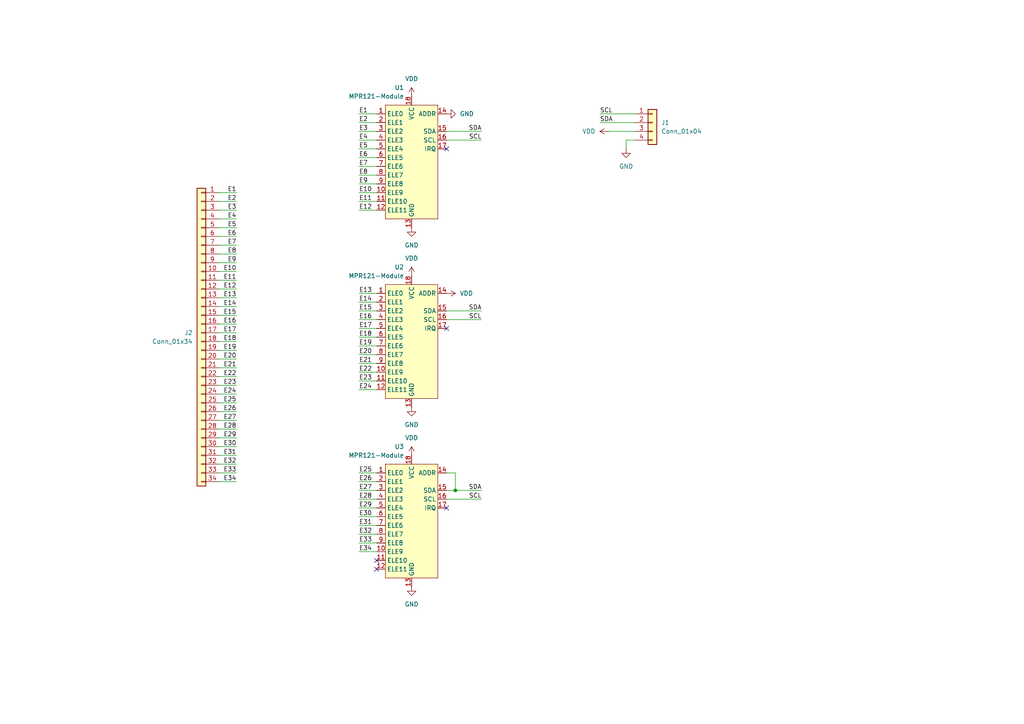
<source format=kicad_sch>
(kicad_sch (version 20231120) (generator "eeschema") (generator_version "8.0")
  (paper "A4")
  (lib_symbols
    (symbol "Connector_Generic:Conn_01x04" (pin_names (offset 1.016) hide)
      (property "Reference" "J" (at 0 5.08 0))
      (property "Value" "Conn_01x04" (at 0 -7.62 0))
      (symbol "Conn_01x04_1_1"
        (rectangle (start -1.27 -4.953) (end 0 -5.207) (stroke (width 0.1524)))
        (rectangle (start -1.27 -2.413) (end 0 -2.667) (stroke (width 0.1524)))
        (rectangle (start -1.27 0.127) (end 0 -0.127) (stroke (width 0.1524)))
        (rectangle (start -1.27 2.667) (end 0 2.413) (stroke (width 0.1524)))
        (rectangle (start -1.27 3.81) (end 1.27 -6.35) (stroke (width 0.254)) (fill (type background)))
        (pin passive line (at -5.08 2.54 0) (length 3.81) (name "Pin_1") (number "1"))
        (pin passive line (at -5.08 0 0) (length 3.81) (name "Pin_2") (number "2"))
        (pin passive line (at -5.08 -2.54 0) (length 3.81) (name "Pin_3") (number "3"))
        (pin passive line (at -5.08 -5.08 0) (length 3.81) (name "Pin_4") (number "4"))
      )
    )
    (symbol "Connector_Generic:Conn_01x34" (pin_names (offset 1.016) hide)
      (property "Reference" "J" (at 0 43.18 0))
      (property "Value" "Conn_01x34" (at 0 -45.72 0))
      (symbol "Conn_01x34_1_1"
        (rectangle (start -1.27 -43.053) (end 0 -43.307) (stroke (width 0.1524)))
        (rectangle (start -1.27 -40.513) (end 0 -40.767) (stroke (width 0.1524)))
        (rectangle (start -1.27 -37.973) (end 0 -38.227) (stroke (width 0.1524)))
        (rectangle (start -1.27 -35.433) (end 0 -35.687) (stroke (width 0.1524)))
        (rectangle (start -1.27 -32.893) (end 0 -33.147) (stroke (width 0.1524)))
        (rectangle (start -1.27 -30.353) (end 0 -30.607) (stroke (width 0.1524)))
        (rectangle (start -1.27 -27.813) (end 0 -28.067) (stroke (width 0.1524)))
        (rectangle (start -1.27 -25.273) (end 0 -25.527) (stroke (width 0.1524)))
        (rectangle (start -1.27 -22.733) (end 0 -22.987) (stroke (width 0.1524)))
        (rectangle (start -1.27 -20.193) (end 0 -20.447) (stroke (width 0.1524)))
        (rectangle (start -1.27 -17.653) (end 0 -17.907) (stroke (width 0.1524)))
        (rectangle (start -1.27 -15.113) (end 0 -15.367) (stroke (width 0.1524)))
        (rectangle (start -1.27 -12.573) (end 0 -12.827) (stroke (width 0.1524)))
        (rectangle (start -1.27 -10.033) (end 0 -10.287) (stroke (width 0.1524)))
        (rectangle (start -1.27 -7.493) (end 0 -7.747) (stroke (width 0.1524)))
        (rectangle (start -1.27 -4.953) (end 0 -5.207) (stroke (width 0.1524)))
        (rectangle (start -1.27 -2.413) (end 0 -2.667) (stroke (width 0.1524)))
        (rectangle (start -1.27 0.127) (end 0 -0.127) (stroke (width 0.1524)))
        (rectangle (start -1.27 2.667) (end 0 2.413) (stroke (width 0.1524)))
        (rectangle (start -1.27 5.207) (end 0 4.953) (stroke (width 0.1524)))
        (rectangle (start -1.27 7.747) (end 0 7.493) (stroke (width 0.1524)))
        (rectangle (start -1.27 10.287) (end 0 10.033) (stroke (width 0.1524)))
        (rectangle (start -1.27 12.827) (end 0 12.573) (stroke (width 0.1524)))
        (rectangle (start -1.27 15.367) (end 0 15.113) (stroke (width 0.1524)))
        (rectangle (start -1.27 17.907) (end 0 17.653) (stroke (width 0.1524)))
        (rectangle (start -1.27 20.447) (end 0 20.193) (stroke (width 0.1524)))
        (rectangle (start -1.27 22.987) (end 0 22.733) (stroke (width 0.1524)))
        (rectangle (start -1.27 25.527) (end 0 25.273) (stroke (width 0.1524)))
        (rectangle (start -1.27 28.067) (end 0 27.813) (stroke (width 0.1524)))
        (rectangle (start -1.27 30.607) (end 0 30.353) (stroke (width 0.1524)))
        (rectangle (start -1.27 33.147) (end 0 32.893) (stroke (width 0.1524)))
        (rectangle (start -1.27 35.687) (end 0 35.433) (stroke (width 0.1524)))
        (rectangle (start -1.27 38.227) (end 0 37.973) (stroke (width 0.1524)))
        (rectangle (start -1.27 40.767) (end 0 40.513) (stroke (width 0.1524)))
        (rectangle (start -1.27 41.91) (end 1.27 -44.45) (stroke (width 0.254)) (fill (type background)))
        (pin passive line (at -5.08 40.64 0) (length 3.81) (name "Pin_1") (number "1"))
        (pin passive line (at -5.08 17.78 0) (length 3.81) (name "Pin_10") (number "10"))
        (pin passive line (at -5.08 15.24 0) (length 3.81) (name "Pin_11") (number "11"))
        (pin passive line (at -5.08 12.7 0) (length 3.81) (name "Pin_12") (number "12"))
        (pin passive line (at -5.08 10.16 0) (length 3.81) (name "Pin_13") (number "13"))
        (pin passive line (at -5.08 7.62 0) (length 3.81) (name "Pin_14") (number "14"))
        (pin passive line (at -5.08 5.08 0) (length 3.81) (name "Pin_15") (number "15"))
        (pin passive line (at -5.08 2.54 0) (length 3.81) (name "Pin_16") (number "16"))
        (pin passive line (at -5.08 0 0) (length 3.81) (name "Pin_17") (number "17"))
        (pin passive line (at -5.08 -2.54 0) (length 3.81) (name "Pin_18") (number "18"))
        (pin passive line (at -5.08 -5.08 0) (length 3.81) (name "Pin_19") (number "19"))
        (pin passive line (at -5.08 38.1 0) (length 3.81) (name "Pin_2") (number "2"))
        (pin passive line (at -5.08 -7.62 0) (length 3.81) (name "Pin_20") (number "20"))
        (pin passive line (at -5.08 -10.16 0) (length 3.81) (name "Pin_21") (number "21"))
        (pin passive line (at -5.08 -12.7 0) (length 3.81) (name "Pin_22") (number "22"))
        (pin passive line (at -5.08 -15.24 0) (length 3.81) (name "Pin_23") (number "23"))
        (pin passive line (at -5.08 -17.78 0) (length 3.81) (name "Pin_24") (number "24"))
        (pin passive line (at -5.08 -20.32 0) (length 3.81) (name "Pin_25") (number "25"))
        (pin passive line (at -5.08 -22.86 0) (length 3.81) (name "Pin_26") (number "26"))
        (pin passive line (at -5.08 -25.4 0) (length 3.81) (name "Pin_27") (number "27"))
        (pin passive line (at -5.08 -27.94 0) (length 3.81) (name "Pin_28") (number "28"))
        (pin passive line (at -5.08 -30.48 0) (length 3.81) (name "Pin_29") (number "29"))
        (pin passive line (at -5.08 35.56 0) (length 3.81) (name "Pin_3") (number "3"))
        (pin passive line (at -5.08 -33.02 0) (length 3.81) (name "Pin_30") (number "30"))
        (pin passive line (at -5.08 -35.56 0) (length 3.81) (name "Pin_31") (number "31"))
        (pin passive line (at -5.08 -38.1 0) (length 3.81) (name "Pin_32") (number "32"))
        (pin passive line (at -5.08 -40.64 0) (length 3.81) (name "Pin_33") (number "33"))
        (pin passive line (at -5.08 -43.18 0) (length 3.81) (name "Pin_34") (number "34"))
        (pin passive line (at -5.08 33.02 0) (length 3.81) (name "Pin_4") (number "4"))
        (pin passive line (at -5.08 30.48 0) (length 3.81) (name "Pin_5") (number "5"))
        (pin passive line (at -5.08 27.94 0) (length 3.81) (name "Pin_6") (number "6"))
        (pin passive line (at -5.08 25.4 0) (length 3.81) (name "Pin_7") (number "7"))
        (pin passive line (at -5.08 22.86 0) (length 3.81) (name "Pin_8") (number "8"))
        (pin passive line (at -5.08 20.32 0) (length 3.81) (name "Pin_9") (number "9"))
      )
    )
    (symbol "Modules:MPR121-Module"
      (property "Reference" "U" (at -23.368 15.494 0))
      (property "Value" "MPR121-Module" (at 15.24 -10.16 0))
      (symbol "MPR121-Module_1_1"
        (rectangle (start -7.62 0) (end 7.62 -33.02) (fill (type background)))
        (pin input line (at 10.16 -2.54 180) (length 2.54) (name "ELE0") (number "1"))
        (pin input line (at 10.16 -25.4 180) (length 2.54) (name "ELE9") (number "10"))
        (pin input line (at 10.16 -27.94 180) (length 2.54) (name "ELE10") (number "11"))
        (pin input line (at 10.16 -30.48 180) (length 2.54) (name "ELE11") (number "12"))
        (pin power_in line (at 0 -35.56 90) (length 2.54) (name "GND") (number "13"))
        (pin input line (at -10.16 -2.54 0) (length 2.54) (name "ADDR") (number "14"))
        (pin input line (at -10.16 -7.62 0) (length 2.54) (name "SDA") (number "15"))
        (pin input line (at -10.16 -10.16 0) (length 2.54) (name "SCL") (number "16"))
        (pin input line (at -10.16 -12.7 0) (length 2.54) (name "IRQ") (number "17"))
        (pin power_in line (at 0 2.54 270) (length 2.54) (name "VCC") (number "18"))
        (pin input line (at 10.16 -5.08 180) (length 2.54) (name "ELE1") (number "2"))
        (pin input line (at 10.16 -7.62 180) (length 2.54) (name "ELE2") (number "3"))
        (pin input line (at 10.16 -10.16 180) (length 2.54) (name "ELE3") (number "4"))
        (pin input line (at 10.16 -12.7 180) (length 2.54) (name "ELE4") (number "5"))
        (pin input line (at 10.16 -15.24 180) (length 2.54) (name "ELE5") (number "6"))
        (pin input line (at 10.16 -17.78 180) (length 2.54) (name "ELE6") (number "7"))
        (pin input line (at 10.16 -20.32 180) (length 2.54) (name "ELE7") (number "8"))
        (pin input line (at 10.16 -22.86 180) (length 2.54) (name "ELE8") (number "9"))
      )
    )
    (symbol "power:GND" (power) (pin_numbers hide) (pin_names (offset 0) hide)
      (property "Value" "GND" (at 0 -3.81 0))
      (symbol "GND_0_1"
        (polyline (pts (xy 0 0) (xy 0 -1.27) (xy 1.27 -1.27) (xy 0 -2.54) (xy -1.27 -1.27) (xy 0 -1.27)))
      )
      (symbol "GND_1_1"
        (pin power_in line (at 0 0 270) (length 0) (name "~") (number "1"))
      )
    )
    (symbol "power:VDD" (power) (pin_numbers hide) (pin_names (offset 0) hide)
      (property "Value" "VDD" (at 0 3.556 0))
      (symbol "VDD_0_1"
        (polyline (pts (xy -0.762 1.27) (xy 0 2.54)))
        (polyline (pts (xy 0 0) (xy 0 2.54)))
        (polyline (pts (xy 0 2.54) (xy 0.762 1.27)))
      )
      (symbol "VDD_1_1"
        (pin power_in line (at 0 0 90) (length 0) (name "~") (number "1"))
      )
    )
  )
  (junction (at 132.08 142.24))
  (no_connect (at 109.22 162.56))
  (no_connect (at 129.54 43.18))
  (no_connect (at 129.54 95.25))
  (no_connect (at 109.22 165.1))
  (no_connect (at 129.54 147.32))
  (wire (pts (xy 104.14 35.56) (xy 109.22 35.56)))
  (wire (pts (xy 129.54 92.71) (xy 139.7 92.71)))
  (wire (pts (xy 68.58 76.2) (xy 63.5 76.2)))
  (wire (pts (xy 104.14 53.34) (xy 109.22 53.34)))
  (wire (pts (xy 68.58 139.7) (xy 63.5 139.7)))
  (wire (pts (xy 104.14 90.17) (xy 109.22 90.17)))
  (wire (pts (xy 104.14 38.1) (xy 109.22 38.1)))
  (wire (pts (xy 104.14 85.09) (xy 109.22 85.09)))
  (wire (pts (xy 104.14 100.33) (xy 109.22 100.33)))
  (wire (pts (xy 176.53 38.1) (xy 184.15 38.1)))
  (wire (pts (xy 104.14 97.79) (xy 109.22 97.79)))
  (wire (pts (xy 68.58 63.5) (xy 63.5 63.5)))
  (wire (pts (xy 104.14 152.4) (xy 109.22 152.4)))
  (wire (pts (xy 104.14 154.94) (xy 109.22 154.94)))
  (wire (pts (xy 104.14 157.48) (xy 109.22 157.48)))
  (wire (pts (xy 68.58 119.38) (xy 63.5 119.38)))
  (wire (pts (xy 181.61 43.18) (xy 181.61 40.64)))
  (wire (pts (xy 68.58 81.28) (xy 63.5 81.28)))
  (wire (pts (xy 68.58 104.14) (xy 63.5 104.14)))
  (wire (pts (xy 68.58 83.82) (xy 63.5 83.82)))
  (wire (pts (xy 104.14 107.95) (xy 109.22 107.95)))
  (wire (pts (xy 104.14 87.63) (xy 109.22 87.63)))
  (wire (pts (xy 68.58 137.16) (xy 63.5 137.16)))
  (wire (pts (xy 68.58 132.08) (xy 63.5 132.08)))
  (wire (pts (xy 68.58 55.88) (xy 63.5 55.88)))
  (wire (pts (xy 132.08 142.24) (xy 139.7 142.24)))
  (wire (pts (xy 68.58 96.52) (xy 63.5 96.52)))
  (wire (pts (xy 104.14 149.86) (xy 109.22 149.86)))
  (wire (pts (xy 132.08 137.16) (xy 132.08 142.24)))
  (wire (pts (xy 104.14 58.42) (xy 109.22 58.42)))
  (wire (pts (xy 68.58 114.3) (xy 63.5 114.3)))
  (wire (pts (xy 104.14 160.02) (xy 109.22 160.02)))
  (wire (pts (xy 68.58 58.42) (xy 63.5 58.42)))
  (wire (pts (xy 129.54 38.1) (xy 139.7 38.1)))
  (wire (pts (xy 68.58 109.22) (xy 63.5 109.22)))
  (wire (pts (xy 129.54 40.64) (xy 139.7 40.64)))
  (wire (pts (xy 68.58 66.04) (xy 63.5 66.04)))
  (wire (pts (xy 68.58 71.12) (xy 63.5 71.12)))
  (wire (pts (xy 129.54 144.78) (xy 139.7 144.78)))
  (wire (pts (xy 68.58 93.98) (xy 63.5 93.98)))
  (wire (pts (xy 129.54 142.24) (xy 132.08 142.24)))
  (wire (pts (xy 104.14 102.87) (xy 109.22 102.87)))
  (wire (pts (xy 68.58 68.58) (xy 63.5 68.58)))
  (wire (pts (xy 104.14 50.8) (xy 109.22 50.8)))
  (wire (pts (xy 104.14 43.18) (xy 109.22 43.18)))
  (wire (pts (xy 68.58 86.36) (xy 63.5 86.36)))
  (wire (pts (xy 68.58 134.62) (xy 63.5 134.62)))
  (wire (pts (xy 104.14 40.64) (xy 109.22 40.64)))
  (wire (pts (xy 104.14 137.16) (xy 109.22 137.16)))
  (wire (pts (xy 104.14 142.24) (xy 109.22 142.24)))
  (wire (pts (xy 68.58 73.66) (xy 63.5 73.66)))
  (wire (pts (xy 68.58 91.44) (xy 63.5 91.44)))
  (wire (pts (xy 104.14 147.32) (xy 109.22 147.32)))
  (wire (pts (xy 68.58 129.54) (xy 63.5 129.54)))
  (wire (pts (xy 184.15 35.56) (xy 173.99 35.56)))
  (wire (pts (xy 68.58 124.46) (xy 63.5 124.46)))
  (wire (pts (xy 68.58 106.68) (xy 63.5 106.68)))
  (wire (pts (xy 104.14 144.78) (xy 109.22 144.78)))
  (wire (pts (xy 104.14 60.96) (xy 109.22 60.96)))
  (wire (pts (xy 68.58 78.74) (xy 63.5 78.74)))
  (wire (pts (xy 181.61 40.64) (xy 184.15 40.64)))
  (wire (pts (xy 104.14 139.7) (xy 109.22 139.7)))
  (wire (pts (xy 104.14 113.03) (xy 109.22 113.03)))
  (wire (pts (xy 129.54 137.16) (xy 132.08 137.16)))
  (wire (pts (xy 104.14 110.49) (xy 109.22 110.49)))
  (wire (pts (xy 184.15 33.02) (xy 173.99 33.02)))
  (wire (pts (xy 68.58 116.84) (xy 63.5 116.84)))
  (wire (pts (xy 68.58 60.96) (xy 63.5 60.96)))
  (wire (pts (xy 104.14 95.25) (xy 109.22 95.25)))
  (wire (pts (xy 68.58 127) (xy 63.5 127)))
  (wire (pts (xy 68.58 111.76) (xy 63.5 111.76)))
  (wire (pts (xy 104.14 92.71) (xy 109.22 92.71)))
  (wire (pts (xy 104.14 48.26) (xy 109.22 48.26)))
  (wire (pts (xy 68.58 99.06) (xy 63.5 99.06)))
  (wire (pts (xy 104.14 45.72) (xy 109.22 45.72)))
  (wire (pts (xy 104.14 55.88) (xy 109.22 55.88)))
  (wire (pts (xy 68.58 88.9) (xy 63.5 88.9)))
  (wire (pts (xy 129.54 90.17) (xy 139.7 90.17)))
  (wire (pts (xy 104.14 33.02) (xy 109.22 33.02)))
  (wire (pts (xy 68.58 101.6) (xy 63.5 101.6)))
  (wire (pts (xy 68.58 121.92) (xy 63.5 121.92)))
  (wire (pts (xy 104.14 105.41) (xy 109.22 105.41)))
  (label "E18" (at 68.58 99.06 180))
  (label "E25" (at 104.14 137.16 0))
  (label "E11" (at 104.14 58.42 0))
  (label "E28" (at 104.14 144.78 0))
  (label "E12" (at 104.14 60.96 0))
  (label "E12" (at 68.58 83.82 180))
  (label "E26" (at 68.58 119.38 180))
  (label "E24" (at 104.14 113.03 0))
  (label "E19" (at 104.14 100.33 0))
  (label "SCL" (at 139.7 40.64 180))
  (label "E18" (at 104.14 97.79 0))
  (label "SDA" (at 173.99 35.56 0))
  (label "E30" (at 68.58 129.54 180))
  (label "E32" (at 104.14 154.94 0))
  (label "E4" (at 104.14 40.64 0))
  (label "E21" (at 68.58 106.68 180))
  (label "E14" (at 68.58 88.9 180))
  (label "E13" (at 68.58 86.36 180))
  (label "E11" (at 68.58 81.28 180))
  (label "E27" (at 104.14 142.24 0))
  (label "E34" (at 68.58 139.7 180))
  (label "E5" (at 104.14 43.18 0))
  (label "E32" (at 68.58 134.62 180))
  (label "E25" (at 68.58 116.84 180))
  (label "E3" (at 68.58 60.96 180))
  (label "SCL" (at 139.7 144.78 180))
  (label "E24" (at 68.58 114.3 180))
  (label "E21" (at 104.14 105.41 0))
  (label "E17" (at 68.58 96.52 180))
  (label "E1" (at 68.58 55.88 180))
  (label "E20" (at 68.58 104.14 180))
  (label "E13" (at 104.14 85.09 0))
  (label "E6" (at 104.14 45.72 0))
  (label "E22" (at 68.58 109.22 180))
  (label "E4" (at 68.58 63.5 180))
  (label "E31" (at 68.58 132.08 180))
  (label "E30" (at 104.14 149.86 0))
  (label "E2" (at 68.58 58.42 180))
  (label "E26" (at 104.14 139.7 0))
  (label "E15" (at 68.58 91.44 180))
  (label "E2" (at 104.14 35.56 0))
  (label "E16" (at 68.58 93.98 180))
  (label "SDA" (at 139.7 90.17 180))
  (label "E14" (at 104.14 87.63 0))
  (label "E3" (at 104.14 38.1 0))
  (label "E29" (at 68.58 127 180))
  (label "E16" (at 104.14 92.71 0))
  (label "E23" (at 104.14 110.49 0))
  (label "E8" (at 68.58 73.66 180))
  (label "SCL" (at 139.7 92.71 180))
  (label "E15" (at 104.14 90.17 0))
  (label "E8" (at 104.14 50.8 0))
  (label "E9" (at 68.58 76.2 180))
  (label "SDA" (at 139.7 142.24 180))
  (label "E5" (at 68.58 66.04 180))
  (label "E9" (at 104.14 53.34 0))
  (label "E28" (at 68.58 124.46 180))
  (label "E10" (at 104.14 55.88 0))
  (label "E23" (at 68.58 111.76 180))
  (label "E7" (at 68.58 71.12 180))
  (label "SCL" (at 173.99 33.02 0))
  (label "SDA" (at 139.7 38.1 180))
  (label "E20" (at 104.14 102.87 0))
  (label "E19" (at 68.58 101.6 180))
  (label "E34" (at 104.14 160.02 0))
  (label "E22" (at 104.14 107.95 0))
  (label "E29" (at 104.14 147.32 0))
  (label "E7" (at 104.14 48.26 0))
  (label "E27" (at 68.58 121.92 180))
  (label "E6" (at 68.58 68.58 180))
  (label "E33" (at 104.14 157.48 0))
  (label "E1" (at 104.14 33.02 0))
  (label "E33" (at 68.58 137.16 180))
  (label "E17" (at 104.14 95.25 0))
  (label "E10" (at 68.58 78.74 180))
  (label "E31" (at 104.14 152.4 0))
  (symbol (lib_id "power:VDD") (at 129.54 85.09 270) (unit 1)
    (property "Reference" "#PWR08" (effects (hide yes)))
    (property "Value" "VDD" (at 133.35 85.0899 90) (effects (justify left)))
    (property "Description" "Power symbol creates a global label with name \"VDD\"" (effects (hide yes)))
  )
  (symbol (lib_id "power:GND") (at 119.38 170.18 0) (unit 1)
    (property "Reference" "#PWR06" (effects (hide yes)))
    (property "Value" "GND" (at 119.38 175.26 0))
    (property "Description" "Power symbol creates a global label with name \"GND\" , ground" (effects (hide yes)))
  )
  (symbol (lib_id "Modules:MPR121-Module") (at 119.38 30.48 0) (mirror y) (unit 1)
    (property "Reference" "U1" (at 117.1859 25.4 0) (effects (justify left)))
    (property "Value" "MPR121-Module" (at 117.1859 27.94 0) (effects (justify left)))
    (property "Footprint" "Modules:MPR121-Module-SMD" (effects (hide yes)))
  )
  (symbol (lib_id "power:VDD") (at 119.38 132.08 0) (unit 1)
    (property "Reference" "#PWR03" (effects (hide yes)))
    (property "Value" "VDD" (at 119.38 127 0))
    (property "Description" "Power symbol creates a global label with name \"VDD\"" (effects (hide yes)))
  )
  (symbol (lib_id "Modules:MPR121-Module") (at 119.38 134.62 0) (mirror y) (unit 1)
    (property "Reference" "U3" (at 117.1859 129.54 0) (effects (justify left)))
    (property "Value" "MPR121-Module" (at 117.1859 132.08 0) (effects (justify left)))
    (property "Footprint" "Modules:MPR121-Module-SMD" (effects (hide yes)))
  )
  (symbol (lib_id "power:GND") (at 119.38 66.04 0) (unit 1)
    (property "Reference" "#PWR04" (effects (hide yes)))
    (property "Value" "GND" (at 119.38 71.12 0))
    (property "Description" "Power symbol creates a global label with name \"GND\" , ground" (effects (hide yes)))
  )
  (symbol (lib_id "power:GND") (at 129.54 33.02 90) (unit 1)
    (property "Reference" "#PWR07" (effects (hide yes)))
    (property "Value" "GND" (at 133.35 33.0199 90) (effects (justify right)))
    (property "Description" "Power symbol creates a global label with name \"GND\" , ground" (effects (hide yes)))
  )
  (symbol (lib_id "Connector_Generic:Conn_01x04") (at 189.23 35.56 0) (unit 1)
    (property "Reference" "J1" (at 191.77 35.5599 0) (effects (justify left)))
    (property "Value" "Conn_01x04" (at 191.77 38.0999 0) (effects (justify left)))
    (property "Footprint" "Connector_Molex:Molex_PicoBlade_53048-0410_1x04_P1.25mm_Horizontal" (effects (hide yes)))
    (property "Description" "Generic connector, single row, 01x04, script generated (kicad-library-utils/schlib/autogen/connector/)" (effects (hide yes)))
  )
  (symbol (lib_id "Connector_Generic:Conn_01x34") (at 58.42 96.52 0) (mirror y) (unit 1)
    (property "Reference" "J2" (at 55.88 96.5199 0) (effects (justify left)))
    (property "Value" "Conn_01x34" (at 55.88 99.0599 0) (effects (justify left)))
    (property "Footprint" "Modules:TouchSensors" (effects (hide yes)))
    (property "Description" "Generic connector, single row, 01x34, script generated (kicad-library-utils/schlib/autogen/connector/)" (effects (hide yes)))
  )
  (symbol (lib_id "power:VDD") (at 119.38 80.01 0) (unit 1)
    (property "Reference" "#PWR02" (effects (hide yes)))
    (property "Value" "VDD" (at 119.38 74.93 0))
    (property "Description" "Power symbol creates a global label with name \"VDD\"" (effects (hide yes)))
  )
  (symbol (lib_id "power:VDD") (at 119.38 27.94 0) (unit 1)
    (property "Reference" "#PWR01" (effects (hide yes)))
    (property "Value" "VDD" (at 119.38 22.86 0))
    (property "Description" "Power symbol creates a global label with name \"VDD\"" (effects (hide yes)))
  )
  (symbol (lib_id "power:GND") (at 119.38 118.11 0) (unit 1)
    (property "Reference" "#PWR05" (effects (hide yes)))
    (property "Value" "GND" (at 119.38 123.19 0))
    (property "Description" "Power symbol creates a global label with name \"GND\" , ground" (effects (hide yes)))
  )
  (symbol (lib_id "power:VDD") (at 176.53 38.1 90) (unit 1)
    (property "Reference" "#PWR09" (effects (hide yes)))
    (property "Value" "VDD" (at 172.72 38.0999 90) (effects (justify left)))
    (property "Description" "Power symbol creates a global label with name \"VDD\"" (effects (hide yes)))
  )
  (symbol (lib_id "Modules:MPR121-Module") (at 119.38 82.55 0) (mirror y) (unit 1)
    (property "Reference" "U2" (at 117.1859 77.47 0) (effects (justify left)))
    (property "Value" "MPR121-Module" (at 117.1859 80.01 0) (effects (justify left)))
    (property "Footprint" "Modules:MPR121-Module-SMD" (effects (hide yes)))
  )
  (symbol (lib_id "power:GND") (at 181.61 43.18 0) (unit 1)
    (property "Reference" "#PWR010" (effects (hide yes)))
    (property "Value" "GND" (at 181.61 48.26 0))
    (property "Description" "Power symbol creates a global label with name \"GND\" , ground" (effects (hide yes)))
  )
)
</source>
